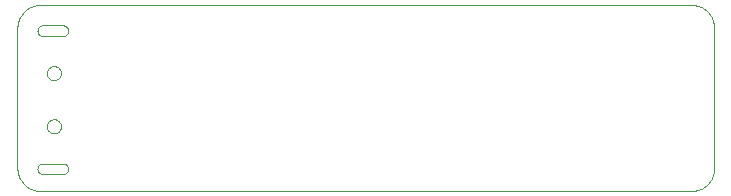
<source format=gko>
G75*
%MOIN*%
%OFA0B0*%
%FSLAX24Y24*%
%IPPOS*%
%LPD*%
%AMOC8*
5,1,8,0,0,1.08239X$1,22.5*
%
%ADD10C,0.0000*%
%ADD11C,0.0004*%
D10*
X006655Y001419D02*
X028309Y001419D01*
X028363Y001421D01*
X028416Y001426D01*
X028469Y001435D01*
X028521Y001448D01*
X028573Y001464D01*
X028623Y001484D01*
X028671Y001507D01*
X028718Y001534D01*
X028763Y001563D01*
X028806Y001596D01*
X028846Y001631D01*
X028884Y001669D01*
X028919Y001709D01*
X028952Y001752D01*
X028981Y001797D01*
X029008Y001844D01*
X029031Y001892D01*
X029051Y001942D01*
X029067Y001994D01*
X029080Y002046D01*
X029089Y002099D01*
X029094Y002152D01*
X029096Y002206D01*
X029096Y006852D01*
X029094Y006906D01*
X029089Y006959D01*
X029080Y007012D01*
X029067Y007064D01*
X029051Y007116D01*
X029031Y007166D01*
X029008Y007214D01*
X028981Y007261D01*
X028952Y007306D01*
X028919Y007349D01*
X028884Y007389D01*
X028846Y007427D01*
X028806Y007462D01*
X028763Y007495D01*
X028718Y007524D01*
X028671Y007551D01*
X028623Y007574D01*
X028573Y007594D01*
X028521Y007610D01*
X028469Y007623D01*
X028416Y007632D01*
X028363Y007637D01*
X028309Y007639D01*
X006655Y007639D01*
X006601Y007637D01*
X006548Y007632D01*
X006495Y007623D01*
X006443Y007610D01*
X006391Y007594D01*
X006341Y007574D01*
X006293Y007551D01*
X006246Y007524D01*
X006201Y007495D01*
X006158Y007462D01*
X006118Y007427D01*
X006080Y007389D01*
X006045Y007349D01*
X006012Y007306D01*
X005983Y007261D01*
X005956Y007214D01*
X005933Y007166D01*
X005913Y007116D01*
X005897Y007064D01*
X005884Y007012D01*
X005875Y006959D01*
X005870Y006906D01*
X005868Y006852D01*
X005868Y002206D01*
X005870Y002152D01*
X005875Y002099D01*
X005884Y002046D01*
X005897Y001994D01*
X005913Y001942D01*
X005933Y001892D01*
X005956Y001844D01*
X005983Y001797D01*
X006012Y001752D01*
X006045Y001709D01*
X006080Y001669D01*
X006118Y001631D01*
X006158Y001596D01*
X006201Y001563D01*
X006246Y001534D01*
X006293Y001507D01*
X006341Y001484D01*
X006391Y001464D01*
X006443Y001448D01*
X006495Y001435D01*
X006548Y001426D01*
X006601Y001421D01*
X006655Y001419D01*
X006852Y003584D02*
X006854Y003614D01*
X006860Y003644D01*
X006869Y003673D01*
X006882Y003700D01*
X006899Y003725D01*
X006918Y003748D01*
X006941Y003769D01*
X006966Y003786D01*
X006992Y003800D01*
X007021Y003810D01*
X007050Y003817D01*
X007080Y003820D01*
X007111Y003819D01*
X007141Y003814D01*
X007170Y003805D01*
X007197Y003793D01*
X007223Y003778D01*
X007247Y003759D01*
X007268Y003737D01*
X007286Y003713D01*
X007301Y003686D01*
X007312Y003658D01*
X007320Y003629D01*
X007324Y003599D01*
X007324Y003569D01*
X007320Y003539D01*
X007312Y003510D01*
X007301Y003482D01*
X007286Y003455D01*
X007268Y003431D01*
X007247Y003409D01*
X007223Y003390D01*
X007197Y003375D01*
X007170Y003363D01*
X007141Y003354D01*
X007111Y003349D01*
X007080Y003348D01*
X007050Y003351D01*
X007021Y003358D01*
X006992Y003368D01*
X006966Y003382D01*
X006941Y003399D01*
X006918Y003420D01*
X006899Y003443D01*
X006882Y003468D01*
X006869Y003495D01*
X006860Y003524D01*
X006854Y003554D01*
X006852Y003584D01*
X006852Y005356D02*
X006854Y005386D01*
X006860Y005416D01*
X006869Y005445D01*
X006882Y005472D01*
X006899Y005497D01*
X006918Y005520D01*
X006941Y005541D01*
X006966Y005558D01*
X006992Y005572D01*
X007021Y005582D01*
X007050Y005589D01*
X007080Y005592D01*
X007111Y005591D01*
X007141Y005586D01*
X007170Y005577D01*
X007197Y005565D01*
X007223Y005550D01*
X007247Y005531D01*
X007268Y005509D01*
X007286Y005485D01*
X007301Y005458D01*
X007312Y005430D01*
X007320Y005401D01*
X007324Y005371D01*
X007324Y005341D01*
X007320Y005311D01*
X007312Y005282D01*
X007301Y005254D01*
X007286Y005227D01*
X007268Y005203D01*
X007247Y005181D01*
X007223Y005162D01*
X007197Y005147D01*
X007170Y005135D01*
X007141Y005126D01*
X007111Y005121D01*
X007080Y005120D01*
X007050Y005123D01*
X007021Y005130D01*
X006992Y005140D01*
X006966Y005154D01*
X006941Y005171D01*
X006918Y005192D01*
X006899Y005215D01*
X006882Y005240D01*
X006869Y005267D01*
X006860Y005296D01*
X006854Y005326D01*
X006852Y005356D01*
D11*
X006714Y006596D02*
X007383Y006596D01*
X007408Y006598D01*
X007433Y006603D01*
X007457Y006612D01*
X007479Y006624D01*
X007499Y006639D01*
X007517Y006657D01*
X007532Y006677D01*
X007544Y006699D01*
X007553Y006723D01*
X007558Y006748D01*
X007560Y006773D01*
X007558Y006798D01*
X007553Y006823D01*
X007544Y006847D01*
X007532Y006869D01*
X007517Y006889D01*
X007499Y006907D01*
X007479Y006922D01*
X007457Y006934D01*
X007433Y006943D01*
X007408Y006948D01*
X007383Y006950D01*
X006714Y006950D01*
X006689Y006948D01*
X006664Y006943D01*
X006640Y006934D01*
X006618Y006922D01*
X006598Y006907D01*
X006580Y006889D01*
X006565Y006869D01*
X006553Y006847D01*
X006544Y006823D01*
X006539Y006798D01*
X006537Y006773D01*
X006539Y006748D01*
X006544Y006723D01*
X006553Y006699D01*
X006565Y006677D01*
X006580Y006657D01*
X006598Y006639D01*
X006618Y006624D01*
X006640Y006612D01*
X006664Y006603D01*
X006689Y006598D01*
X006714Y006596D01*
X006714Y002344D02*
X007383Y002344D01*
X007408Y002342D01*
X007433Y002337D01*
X007457Y002328D01*
X007479Y002316D01*
X007499Y002301D01*
X007517Y002283D01*
X007532Y002263D01*
X007544Y002241D01*
X007553Y002217D01*
X007558Y002192D01*
X007560Y002167D01*
X007558Y002142D01*
X007553Y002117D01*
X007544Y002093D01*
X007532Y002071D01*
X007517Y002051D01*
X007499Y002033D01*
X007479Y002018D01*
X007457Y002006D01*
X007433Y001997D01*
X007408Y001992D01*
X007383Y001990D01*
X006714Y001990D01*
X006689Y001992D01*
X006664Y001997D01*
X006640Y002006D01*
X006618Y002018D01*
X006598Y002033D01*
X006580Y002051D01*
X006565Y002071D01*
X006553Y002093D01*
X006544Y002117D01*
X006539Y002142D01*
X006537Y002167D01*
X006539Y002192D01*
X006544Y002217D01*
X006553Y002241D01*
X006565Y002263D01*
X006580Y002283D01*
X006598Y002301D01*
X006618Y002316D01*
X006640Y002328D01*
X006664Y002337D01*
X006689Y002342D01*
X006714Y002344D01*
M02*

</source>
